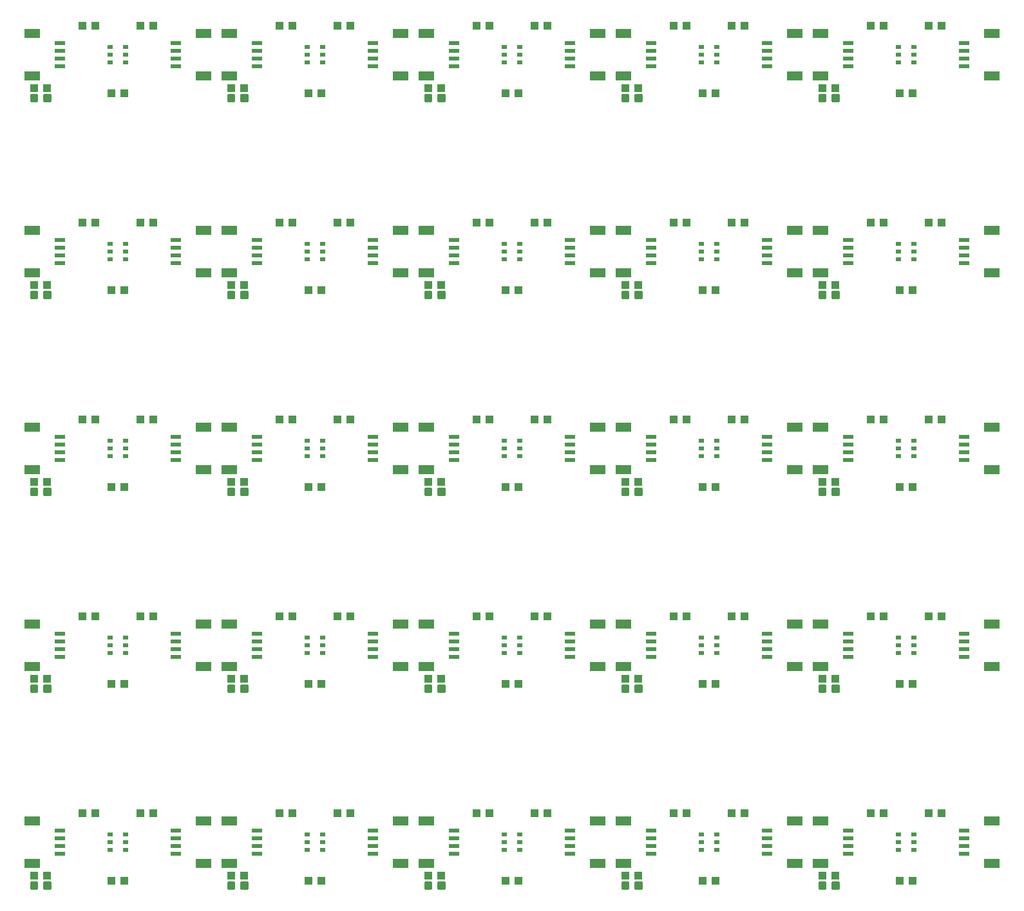
<source format=gtp>
G04 EAGLE Gerber RS-274X export*
G75*
%MOMM*%
%FSLAX34Y34*%
%LPD*%
%INSolderpaste Top*%
%IPPOS*%
%AMOC8*
5,1,8,0,0,1.08239X$1,22.5*%
G01*
%ADD10R,2.000000X1.200000*%
%ADD11R,1.350000X0.600000*%
%ADD12R,1.100000X1.000000*%
%ADD13C,0.300000*%
%ADD14R,0.800000X0.500000*%


D10*
X14050Y155000D03*
X14050Y99000D03*
D11*
X50800Y142000D03*
X50800Y132000D03*
X50800Y122000D03*
X50800Y112000D03*
D10*
X239950Y99000D03*
X239950Y155000D03*
D11*
X203200Y112000D03*
X203200Y122000D03*
X203200Y132000D03*
X203200Y142000D03*
D12*
X16900Y82550D03*
X33900Y82550D03*
D13*
X30670Y73350D02*
X30670Y66350D01*
X30670Y73350D02*
X37670Y73350D01*
X37670Y66350D01*
X30670Y66350D01*
X30670Y69200D02*
X37670Y69200D01*
X37670Y72050D02*
X30670Y72050D01*
X13130Y73350D02*
X13130Y66350D01*
X13130Y73350D02*
X20130Y73350D01*
X20130Y66350D01*
X13130Y66350D01*
X13130Y69200D02*
X20130Y69200D01*
X20130Y72050D02*
X13130Y72050D01*
D12*
X97400Y165100D03*
X80400Y165100D03*
X173600Y165100D03*
X156600Y165100D03*
X118500Y76200D03*
X135500Y76200D03*
D14*
X137000Y137000D03*
X137000Y127000D03*
X137000Y117000D03*
X117000Y117000D03*
X117000Y127000D03*
X117000Y137000D03*
D10*
X273130Y155000D03*
X273130Y99000D03*
D11*
X309880Y142000D03*
X309880Y132000D03*
X309880Y122000D03*
X309880Y112000D03*
D10*
X499030Y99000D03*
X499030Y155000D03*
D11*
X462280Y112000D03*
X462280Y122000D03*
X462280Y132000D03*
X462280Y142000D03*
D12*
X275980Y82550D03*
X292980Y82550D03*
D13*
X289750Y73350D02*
X289750Y66350D01*
X289750Y73350D02*
X296750Y73350D01*
X296750Y66350D01*
X289750Y66350D01*
X289750Y69200D02*
X296750Y69200D01*
X296750Y72050D02*
X289750Y72050D01*
X272210Y73350D02*
X272210Y66350D01*
X272210Y73350D02*
X279210Y73350D01*
X279210Y66350D01*
X272210Y66350D01*
X272210Y69200D02*
X279210Y69200D01*
X279210Y72050D02*
X272210Y72050D01*
D12*
X356480Y165100D03*
X339480Y165100D03*
X432680Y165100D03*
X415680Y165100D03*
X377580Y76200D03*
X394580Y76200D03*
D14*
X396080Y137000D03*
X396080Y127000D03*
X396080Y117000D03*
X376080Y117000D03*
X376080Y127000D03*
X376080Y137000D03*
D10*
X532210Y155000D03*
X532210Y99000D03*
D11*
X568960Y142000D03*
X568960Y132000D03*
X568960Y122000D03*
X568960Y112000D03*
D10*
X758110Y99000D03*
X758110Y155000D03*
D11*
X721360Y112000D03*
X721360Y122000D03*
X721360Y132000D03*
X721360Y142000D03*
D12*
X535060Y82550D03*
X552060Y82550D03*
D13*
X548830Y73350D02*
X548830Y66350D01*
X548830Y73350D02*
X555830Y73350D01*
X555830Y66350D01*
X548830Y66350D01*
X548830Y69200D02*
X555830Y69200D01*
X555830Y72050D02*
X548830Y72050D01*
X531290Y73350D02*
X531290Y66350D01*
X531290Y73350D02*
X538290Y73350D01*
X538290Y66350D01*
X531290Y66350D01*
X531290Y69200D02*
X538290Y69200D01*
X538290Y72050D02*
X531290Y72050D01*
D12*
X615560Y165100D03*
X598560Y165100D03*
X691760Y165100D03*
X674760Y165100D03*
X636660Y76200D03*
X653660Y76200D03*
D14*
X655160Y137000D03*
X655160Y127000D03*
X655160Y117000D03*
X635160Y117000D03*
X635160Y127000D03*
X635160Y137000D03*
D10*
X791290Y155000D03*
X791290Y99000D03*
D11*
X828040Y142000D03*
X828040Y132000D03*
X828040Y122000D03*
X828040Y112000D03*
D10*
X1017190Y99000D03*
X1017190Y155000D03*
D11*
X980440Y112000D03*
X980440Y122000D03*
X980440Y132000D03*
X980440Y142000D03*
D12*
X794140Y82550D03*
X811140Y82550D03*
D13*
X807910Y73350D02*
X807910Y66350D01*
X807910Y73350D02*
X814910Y73350D01*
X814910Y66350D01*
X807910Y66350D01*
X807910Y69200D02*
X814910Y69200D01*
X814910Y72050D02*
X807910Y72050D01*
X790370Y73350D02*
X790370Y66350D01*
X790370Y73350D02*
X797370Y73350D01*
X797370Y66350D01*
X790370Y66350D01*
X790370Y69200D02*
X797370Y69200D01*
X797370Y72050D02*
X790370Y72050D01*
D12*
X874640Y165100D03*
X857640Y165100D03*
X950840Y165100D03*
X933840Y165100D03*
X895740Y76200D03*
X912740Y76200D03*
D14*
X914240Y137000D03*
X914240Y127000D03*
X914240Y117000D03*
X894240Y117000D03*
X894240Y127000D03*
X894240Y137000D03*
D10*
X1050370Y155000D03*
X1050370Y99000D03*
D11*
X1087120Y142000D03*
X1087120Y132000D03*
X1087120Y122000D03*
X1087120Y112000D03*
D10*
X1276270Y99000D03*
X1276270Y155000D03*
D11*
X1239520Y112000D03*
X1239520Y122000D03*
X1239520Y132000D03*
X1239520Y142000D03*
D12*
X1053220Y82550D03*
X1070220Y82550D03*
D13*
X1066990Y73350D02*
X1066990Y66350D01*
X1066990Y73350D02*
X1073990Y73350D01*
X1073990Y66350D01*
X1066990Y66350D01*
X1066990Y69200D02*
X1073990Y69200D01*
X1073990Y72050D02*
X1066990Y72050D01*
X1049450Y73350D02*
X1049450Y66350D01*
X1049450Y73350D02*
X1056450Y73350D01*
X1056450Y66350D01*
X1049450Y66350D01*
X1049450Y69200D02*
X1056450Y69200D01*
X1056450Y72050D02*
X1049450Y72050D01*
D12*
X1133720Y165100D03*
X1116720Y165100D03*
X1209920Y165100D03*
X1192920Y165100D03*
X1154820Y76200D03*
X1171820Y76200D03*
D14*
X1173320Y137000D03*
X1173320Y127000D03*
X1173320Y117000D03*
X1153320Y117000D03*
X1153320Y127000D03*
X1153320Y137000D03*
D10*
X14050Y414080D03*
X14050Y358080D03*
D11*
X50800Y401080D03*
X50800Y391080D03*
X50800Y381080D03*
X50800Y371080D03*
D10*
X239950Y358080D03*
X239950Y414080D03*
D11*
X203200Y371080D03*
X203200Y381080D03*
X203200Y391080D03*
X203200Y401080D03*
D12*
X16900Y341630D03*
X33900Y341630D03*
D13*
X30670Y332430D02*
X30670Y325430D01*
X30670Y332430D02*
X37670Y332430D01*
X37670Y325430D01*
X30670Y325430D01*
X30670Y328280D02*
X37670Y328280D01*
X37670Y331130D02*
X30670Y331130D01*
X13130Y332430D02*
X13130Y325430D01*
X13130Y332430D02*
X20130Y332430D01*
X20130Y325430D01*
X13130Y325430D01*
X13130Y328280D02*
X20130Y328280D01*
X20130Y331130D02*
X13130Y331130D01*
D12*
X97400Y424180D03*
X80400Y424180D03*
X173600Y424180D03*
X156600Y424180D03*
X118500Y335280D03*
X135500Y335280D03*
D14*
X137000Y396080D03*
X137000Y386080D03*
X137000Y376080D03*
X117000Y376080D03*
X117000Y386080D03*
X117000Y396080D03*
D10*
X273130Y414080D03*
X273130Y358080D03*
D11*
X309880Y401080D03*
X309880Y391080D03*
X309880Y381080D03*
X309880Y371080D03*
D10*
X499030Y358080D03*
X499030Y414080D03*
D11*
X462280Y371080D03*
X462280Y381080D03*
X462280Y391080D03*
X462280Y401080D03*
D12*
X275980Y341630D03*
X292980Y341630D03*
D13*
X289750Y332430D02*
X289750Y325430D01*
X289750Y332430D02*
X296750Y332430D01*
X296750Y325430D01*
X289750Y325430D01*
X289750Y328280D02*
X296750Y328280D01*
X296750Y331130D02*
X289750Y331130D01*
X272210Y332430D02*
X272210Y325430D01*
X272210Y332430D02*
X279210Y332430D01*
X279210Y325430D01*
X272210Y325430D01*
X272210Y328280D02*
X279210Y328280D01*
X279210Y331130D02*
X272210Y331130D01*
D12*
X356480Y424180D03*
X339480Y424180D03*
X432680Y424180D03*
X415680Y424180D03*
X377580Y335280D03*
X394580Y335280D03*
D14*
X396080Y396080D03*
X396080Y386080D03*
X396080Y376080D03*
X376080Y376080D03*
X376080Y386080D03*
X376080Y396080D03*
D10*
X532210Y414080D03*
X532210Y358080D03*
D11*
X568960Y401080D03*
X568960Y391080D03*
X568960Y381080D03*
X568960Y371080D03*
D10*
X758110Y358080D03*
X758110Y414080D03*
D11*
X721360Y371080D03*
X721360Y381080D03*
X721360Y391080D03*
X721360Y401080D03*
D12*
X535060Y341630D03*
X552060Y341630D03*
D13*
X548830Y332430D02*
X548830Y325430D01*
X548830Y332430D02*
X555830Y332430D01*
X555830Y325430D01*
X548830Y325430D01*
X548830Y328280D02*
X555830Y328280D01*
X555830Y331130D02*
X548830Y331130D01*
X531290Y332430D02*
X531290Y325430D01*
X531290Y332430D02*
X538290Y332430D01*
X538290Y325430D01*
X531290Y325430D01*
X531290Y328280D02*
X538290Y328280D01*
X538290Y331130D02*
X531290Y331130D01*
D12*
X615560Y424180D03*
X598560Y424180D03*
X691760Y424180D03*
X674760Y424180D03*
X636660Y335280D03*
X653660Y335280D03*
D14*
X655160Y396080D03*
X655160Y386080D03*
X655160Y376080D03*
X635160Y376080D03*
X635160Y386080D03*
X635160Y396080D03*
D10*
X791290Y414080D03*
X791290Y358080D03*
D11*
X828040Y401080D03*
X828040Y391080D03*
X828040Y381080D03*
X828040Y371080D03*
D10*
X1017190Y358080D03*
X1017190Y414080D03*
D11*
X980440Y371080D03*
X980440Y381080D03*
X980440Y391080D03*
X980440Y401080D03*
D12*
X794140Y341630D03*
X811140Y341630D03*
D13*
X807910Y332430D02*
X807910Y325430D01*
X807910Y332430D02*
X814910Y332430D01*
X814910Y325430D01*
X807910Y325430D01*
X807910Y328280D02*
X814910Y328280D01*
X814910Y331130D02*
X807910Y331130D01*
X790370Y332430D02*
X790370Y325430D01*
X790370Y332430D02*
X797370Y332430D01*
X797370Y325430D01*
X790370Y325430D01*
X790370Y328280D02*
X797370Y328280D01*
X797370Y331130D02*
X790370Y331130D01*
D12*
X874640Y424180D03*
X857640Y424180D03*
X950840Y424180D03*
X933840Y424180D03*
X895740Y335280D03*
X912740Y335280D03*
D14*
X914240Y396080D03*
X914240Y386080D03*
X914240Y376080D03*
X894240Y376080D03*
X894240Y386080D03*
X894240Y396080D03*
D10*
X1050370Y414080D03*
X1050370Y358080D03*
D11*
X1087120Y401080D03*
X1087120Y391080D03*
X1087120Y381080D03*
X1087120Y371080D03*
D10*
X1276270Y358080D03*
X1276270Y414080D03*
D11*
X1239520Y371080D03*
X1239520Y381080D03*
X1239520Y391080D03*
X1239520Y401080D03*
D12*
X1053220Y341630D03*
X1070220Y341630D03*
D13*
X1066990Y332430D02*
X1066990Y325430D01*
X1066990Y332430D02*
X1073990Y332430D01*
X1073990Y325430D01*
X1066990Y325430D01*
X1066990Y328280D02*
X1073990Y328280D01*
X1073990Y331130D02*
X1066990Y331130D01*
X1049450Y332430D02*
X1049450Y325430D01*
X1049450Y332430D02*
X1056450Y332430D01*
X1056450Y325430D01*
X1049450Y325430D01*
X1049450Y328280D02*
X1056450Y328280D01*
X1056450Y331130D02*
X1049450Y331130D01*
D12*
X1133720Y424180D03*
X1116720Y424180D03*
X1209920Y424180D03*
X1192920Y424180D03*
X1154820Y335280D03*
X1171820Y335280D03*
D14*
X1173320Y396080D03*
X1173320Y386080D03*
X1173320Y376080D03*
X1153320Y376080D03*
X1153320Y386080D03*
X1153320Y396080D03*
D10*
X14050Y673160D03*
X14050Y617160D03*
D11*
X50800Y660160D03*
X50800Y650160D03*
X50800Y640160D03*
X50800Y630160D03*
D10*
X239950Y617160D03*
X239950Y673160D03*
D11*
X203200Y630160D03*
X203200Y640160D03*
X203200Y650160D03*
X203200Y660160D03*
D12*
X16900Y600710D03*
X33900Y600710D03*
D13*
X30670Y591510D02*
X30670Y584510D01*
X30670Y591510D02*
X37670Y591510D01*
X37670Y584510D01*
X30670Y584510D01*
X30670Y587360D02*
X37670Y587360D01*
X37670Y590210D02*
X30670Y590210D01*
X13130Y591510D02*
X13130Y584510D01*
X13130Y591510D02*
X20130Y591510D01*
X20130Y584510D01*
X13130Y584510D01*
X13130Y587360D02*
X20130Y587360D01*
X20130Y590210D02*
X13130Y590210D01*
D12*
X97400Y683260D03*
X80400Y683260D03*
X173600Y683260D03*
X156600Y683260D03*
X118500Y594360D03*
X135500Y594360D03*
D14*
X137000Y655160D03*
X137000Y645160D03*
X137000Y635160D03*
X117000Y635160D03*
X117000Y645160D03*
X117000Y655160D03*
D10*
X273130Y673160D03*
X273130Y617160D03*
D11*
X309880Y660160D03*
X309880Y650160D03*
X309880Y640160D03*
X309880Y630160D03*
D10*
X499030Y617160D03*
X499030Y673160D03*
D11*
X462280Y630160D03*
X462280Y640160D03*
X462280Y650160D03*
X462280Y660160D03*
D12*
X275980Y600710D03*
X292980Y600710D03*
D13*
X289750Y591510D02*
X289750Y584510D01*
X289750Y591510D02*
X296750Y591510D01*
X296750Y584510D01*
X289750Y584510D01*
X289750Y587360D02*
X296750Y587360D01*
X296750Y590210D02*
X289750Y590210D01*
X272210Y591510D02*
X272210Y584510D01*
X272210Y591510D02*
X279210Y591510D01*
X279210Y584510D01*
X272210Y584510D01*
X272210Y587360D02*
X279210Y587360D01*
X279210Y590210D02*
X272210Y590210D01*
D12*
X356480Y683260D03*
X339480Y683260D03*
X432680Y683260D03*
X415680Y683260D03*
X377580Y594360D03*
X394580Y594360D03*
D14*
X396080Y655160D03*
X396080Y645160D03*
X396080Y635160D03*
X376080Y635160D03*
X376080Y645160D03*
X376080Y655160D03*
D10*
X532210Y673160D03*
X532210Y617160D03*
D11*
X568960Y660160D03*
X568960Y650160D03*
X568960Y640160D03*
X568960Y630160D03*
D10*
X758110Y617160D03*
X758110Y673160D03*
D11*
X721360Y630160D03*
X721360Y640160D03*
X721360Y650160D03*
X721360Y660160D03*
D12*
X535060Y600710D03*
X552060Y600710D03*
D13*
X548830Y591510D02*
X548830Y584510D01*
X548830Y591510D02*
X555830Y591510D01*
X555830Y584510D01*
X548830Y584510D01*
X548830Y587360D02*
X555830Y587360D01*
X555830Y590210D02*
X548830Y590210D01*
X531290Y591510D02*
X531290Y584510D01*
X531290Y591510D02*
X538290Y591510D01*
X538290Y584510D01*
X531290Y584510D01*
X531290Y587360D02*
X538290Y587360D01*
X538290Y590210D02*
X531290Y590210D01*
D12*
X615560Y683260D03*
X598560Y683260D03*
X691760Y683260D03*
X674760Y683260D03*
X636660Y594360D03*
X653660Y594360D03*
D14*
X655160Y655160D03*
X655160Y645160D03*
X655160Y635160D03*
X635160Y635160D03*
X635160Y645160D03*
X635160Y655160D03*
D10*
X791290Y673160D03*
X791290Y617160D03*
D11*
X828040Y660160D03*
X828040Y650160D03*
X828040Y640160D03*
X828040Y630160D03*
D10*
X1017190Y617160D03*
X1017190Y673160D03*
D11*
X980440Y630160D03*
X980440Y640160D03*
X980440Y650160D03*
X980440Y660160D03*
D12*
X794140Y600710D03*
X811140Y600710D03*
D13*
X807910Y591510D02*
X807910Y584510D01*
X807910Y591510D02*
X814910Y591510D01*
X814910Y584510D01*
X807910Y584510D01*
X807910Y587360D02*
X814910Y587360D01*
X814910Y590210D02*
X807910Y590210D01*
X790370Y591510D02*
X790370Y584510D01*
X790370Y591510D02*
X797370Y591510D01*
X797370Y584510D01*
X790370Y584510D01*
X790370Y587360D02*
X797370Y587360D01*
X797370Y590210D02*
X790370Y590210D01*
D12*
X874640Y683260D03*
X857640Y683260D03*
X950840Y683260D03*
X933840Y683260D03*
X895740Y594360D03*
X912740Y594360D03*
D14*
X914240Y655160D03*
X914240Y645160D03*
X914240Y635160D03*
X894240Y635160D03*
X894240Y645160D03*
X894240Y655160D03*
D10*
X1050370Y673160D03*
X1050370Y617160D03*
D11*
X1087120Y660160D03*
X1087120Y650160D03*
X1087120Y640160D03*
X1087120Y630160D03*
D10*
X1276270Y617160D03*
X1276270Y673160D03*
D11*
X1239520Y630160D03*
X1239520Y640160D03*
X1239520Y650160D03*
X1239520Y660160D03*
D12*
X1053220Y600710D03*
X1070220Y600710D03*
D13*
X1066990Y591510D02*
X1066990Y584510D01*
X1066990Y591510D02*
X1073990Y591510D01*
X1073990Y584510D01*
X1066990Y584510D01*
X1066990Y587360D02*
X1073990Y587360D01*
X1073990Y590210D02*
X1066990Y590210D01*
X1049450Y591510D02*
X1049450Y584510D01*
X1049450Y591510D02*
X1056450Y591510D01*
X1056450Y584510D01*
X1049450Y584510D01*
X1049450Y587360D02*
X1056450Y587360D01*
X1056450Y590210D02*
X1049450Y590210D01*
D12*
X1133720Y683260D03*
X1116720Y683260D03*
X1209920Y683260D03*
X1192920Y683260D03*
X1154820Y594360D03*
X1171820Y594360D03*
D14*
X1173320Y655160D03*
X1173320Y645160D03*
X1173320Y635160D03*
X1153320Y635160D03*
X1153320Y645160D03*
X1153320Y655160D03*
D10*
X14050Y932240D03*
X14050Y876240D03*
D11*
X50800Y919240D03*
X50800Y909240D03*
X50800Y899240D03*
X50800Y889240D03*
D10*
X239950Y876240D03*
X239950Y932240D03*
D11*
X203200Y889240D03*
X203200Y899240D03*
X203200Y909240D03*
X203200Y919240D03*
D12*
X16900Y859790D03*
X33900Y859790D03*
D13*
X30670Y850590D02*
X30670Y843590D01*
X30670Y850590D02*
X37670Y850590D01*
X37670Y843590D01*
X30670Y843590D01*
X30670Y846440D02*
X37670Y846440D01*
X37670Y849290D02*
X30670Y849290D01*
X13130Y850590D02*
X13130Y843590D01*
X13130Y850590D02*
X20130Y850590D01*
X20130Y843590D01*
X13130Y843590D01*
X13130Y846440D02*
X20130Y846440D01*
X20130Y849290D02*
X13130Y849290D01*
D12*
X97400Y942340D03*
X80400Y942340D03*
X173600Y942340D03*
X156600Y942340D03*
X118500Y853440D03*
X135500Y853440D03*
D14*
X137000Y914240D03*
X137000Y904240D03*
X137000Y894240D03*
X117000Y894240D03*
X117000Y904240D03*
X117000Y914240D03*
D10*
X273130Y932240D03*
X273130Y876240D03*
D11*
X309880Y919240D03*
X309880Y909240D03*
X309880Y899240D03*
X309880Y889240D03*
D10*
X499030Y876240D03*
X499030Y932240D03*
D11*
X462280Y889240D03*
X462280Y899240D03*
X462280Y909240D03*
X462280Y919240D03*
D12*
X275980Y859790D03*
X292980Y859790D03*
D13*
X289750Y850590D02*
X289750Y843590D01*
X289750Y850590D02*
X296750Y850590D01*
X296750Y843590D01*
X289750Y843590D01*
X289750Y846440D02*
X296750Y846440D01*
X296750Y849290D02*
X289750Y849290D01*
X272210Y850590D02*
X272210Y843590D01*
X272210Y850590D02*
X279210Y850590D01*
X279210Y843590D01*
X272210Y843590D01*
X272210Y846440D02*
X279210Y846440D01*
X279210Y849290D02*
X272210Y849290D01*
D12*
X356480Y942340D03*
X339480Y942340D03*
X432680Y942340D03*
X415680Y942340D03*
X377580Y853440D03*
X394580Y853440D03*
D14*
X396080Y914240D03*
X396080Y904240D03*
X396080Y894240D03*
X376080Y894240D03*
X376080Y904240D03*
X376080Y914240D03*
D10*
X532210Y932240D03*
X532210Y876240D03*
D11*
X568960Y919240D03*
X568960Y909240D03*
X568960Y899240D03*
X568960Y889240D03*
D10*
X758110Y876240D03*
X758110Y932240D03*
D11*
X721360Y889240D03*
X721360Y899240D03*
X721360Y909240D03*
X721360Y919240D03*
D12*
X535060Y859790D03*
X552060Y859790D03*
D13*
X548830Y850590D02*
X548830Y843590D01*
X548830Y850590D02*
X555830Y850590D01*
X555830Y843590D01*
X548830Y843590D01*
X548830Y846440D02*
X555830Y846440D01*
X555830Y849290D02*
X548830Y849290D01*
X531290Y850590D02*
X531290Y843590D01*
X531290Y850590D02*
X538290Y850590D01*
X538290Y843590D01*
X531290Y843590D01*
X531290Y846440D02*
X538290Y846440D01*
X538290Y849290D02*
X531290Y849290D01*
D12*
X615560Y942340D03*
X598560Y942340D03*
X691760Y942340D03*
X674760Y942340D03*
X636660Y853440D03*
X653660Y853440D03*
D14*
X655160Y914240D03*
X655160Y904240D03*
X655160Y894240D03*
X635160Y894240D03*
X635160Y904240D03*
X635160Y914240D03*
D10*
X791290Y932240D03*
X791290Y876240D03*
D11*
X828040Y919240D03*
X828040Y909240D03*
X828040Y899240D03*
X828040Y889240D03*
D10*
X1017190Y876240D03*
X1017190Y932240D03*
D11*
X980440Y889240D03*
X980440Y899240D03*
X980440Y909240D03*
X980440Y919240D03*
D12*
X794140Y859790D03*
X811140Y859790D03*
D13*
X807910Y850590D02*
X807910Y843590D01*
X807910Y850590D02*
X814910Y850590D01*
X814910Y843590D01*
X807910Y843590D01*
X807910Y846440D02*
X814910Y846440D01*
X814910Y849290D02*
X807910Y849290D01*
X790370Y850590D02*
X790370Y843590D01*
X790370Y850590D02*
X797370Y850590D01*
X797370Y843590D01*
X790370Y843590D01*
X790370Y846440D02*
X797370Y846440D01*
X797370Y849290D02*
X790370Y849290D01*
D12*
X874640Y942340D03*
X857640Y942340D03*
X950840Y942340D03*
X933840Y942340D03*
X895740Y853440D03*
X912740Y853440D03*
D14*
X914240Y914240D03*
X914240Y904240D03*
X914240Y894240D03*
X894240Y894240D03*
X894240Y904240D03*
X894240Y914240D03*
D10*
X1050370Y932240D03*
X1050370Y876240D03*
D11*
X1087120Y919240D03*
X1087120Y909240D03*
X1087120Y899240D03*
X1087120Y889240D03*
D10*
X1276270Y876240D03*
X1276270Y932240D03*
D11*
X1239520Y889240D03*
X1239520Y899240D03*
X1239520Y909240D03*
X1239520Y919240D03*
D12*
X1053220Y859790D03*
X1070220Y859790D03*
D13*
X1066990Y850590D02*
X1066990Y843590D01*
X1066990Y850590D02*
X1073990Y850590D01*
X1073990Y843590D01*
X1066990Y843590D01*
X1066990Y846440D02*
X1073990Y846440D01*
X1073990Y849290D02*
X1066990Y849290D01*
X1049450Y850590D02*
X1049450Y843590D01*
X1049450Y850590D02*
X1056450Y850590D01*
X1056450Y843590D01*
X1049450Y843590D01*
X1049450Y846440D02*
X1056450Y846440D01*
X1056450Y849290D02*
X1049450Y849290D01*
D12*
X1133720Y942340D03*
X1116720Y942340D03*
X1209920Y942340D03*
X1192920Y942340D03*
X1154820Y853440D03*
X1171820Y853440D03*
D14*
X1173320Y914240D03*
X1173320Y904240D03*
X1173320Y894240D03*
X1153320Y894240D03*
X1153320Y904240D03*
X1153320Y914240D03*
D10*
X14050Y1191320D03*
X14050Y1135320D03*
D11*
X50800Y1178320D03*
X50800Y1168320D03*
X50800Y1158320D03*
X50800Y1148320D03*
D10*
X239950Y1135320D03*
X239950Y1191320D03*
D11*
X203200Y1148320D03*
X203200Y1158320D03*
X203200Y1168320D03*
X203200Y1178320D03*
D12*
X16900Y1118870D03*
X33900Y1118870D03*
D13*
X30670Y1109670D02*
X30670Y1102670D01*
X30670Y1109670D02*
X37670Y1109670D01*
X37670Y1102670D01*
X30670Y1102670D01*
X30670Y1105520D02*
X37670Y1105520D01*
X37670Y1108370D02*
X30670Y1108370D01*
X13130Y1109670D02*
X13130Y1102670D01*
X13130Y1109670D02*
X20130Y1109670D01*
X20130Y1102670D01*
X13130Y1102670D01*
X13130Y1105520D02*
X20130Y1105520D01*
X20130Y1108370D02*
X13130Y1108370D01*
D12*
X97400Y1201420D03*
X80400Y1201420D03*
X173600Y1201420D03*
X156600Y1201420D03*
X118500Y1112520D03*
X135500Y1112520D03*
D14*
X137000Y1173320D03*
X137000Y1163320D03*
X137000Y1153320D03*
X117000Y1153320D03*
X117000Y1163320D03*
X117000Y1173320D03*
D10*
X273130Y1191320D03*
X273130Y1135320D03*
D11*
X309880Y1178320D03*
X309880Y1168320D03*
X309880Y1158320D03*
X309880Y1148320D03*
D10*
X499030Y1135320D03*
X499030Y1191320D03*
D11*
X462280Y1148320D03*
X462280Y1158320D03*
X462280Y1168320D03*
X462280Y1178320D03*
D12*
X275980Y1118870D03*
X292980Y1118870D03*
D13*
X289750Y1109670D02*
X289750Y1102670D01*
X289750Y1109670D02*
X296750Y1109670D01*
X296750Y1102670D01*
X289750Y1102670D01*
X289750Y1105520D02*
X296750Y1105520D01*
X296750Y1108370D02*
X289750Y1108370D01*
X272210Y1109670D02*
X272210Y1102670D01*
X272210Y1109670D02*
X279210Y1109670D01*
X279210Y1102670D01*
X272210Y1102670D01*
X272210Y1105520D02*
X279210Y1105520D01*
X279210Y1108370D02*
X272210Y1108370D01*
D12*
X356480Y1201420D03*
X339480Y1201420D03*
X432680Y1201420D03*
X415680Y1201420D03*
X377580Y1112520D03*
X394580Y1112520D03*
D14*
X396080Y1173320D03*
X396080Y1163320D03*
X396080Y1153320D03*
X376080Y1153320D03*
X376080Y1163320D03*
X376080Y1173320D03*
D10*
X532210Y1191320D03*
X532210Y1135320D03*
D11*
X568960Y1178320D03*
X568960Y1168320D03*
X568960Y1158320D03*
X568960Y1148320D03*
D10*
X758110Y1135320D03*
X758110Y1191320D03*
D11*
X721360Y1148320D03*
X721360Y1158320D03*
X721360Y1168320D03*
X721360Y1178320D03*
D12*
X535060Y1118870D03*
X552060Y1118870D03*
D13*
X548830Y1109670D02*
X548830Y1102670D01*
X548830Y1109670D02*
X555830Y1109670D01*
X555830Y1102670D01*
X548830Y1102670D01*
X548830Y1105520D02*
X555830Y1105520D01*
X555830Y1108370D02*
X548830Y1108370D01*
X531290Y1109670D02*
X531290Y1102670D01*
X531290Y1109670D02*
X538290Y1109670D01*
X538290Y1102670D01*
X531290Y1102670D01*
X531290Y1105520D02*
X538290Y1105520D01*
X538290Y1108370D02*
X531290Y1108370D01*
D12*
X615560Y1201420D03*
X598560Y1201420D03*
X691760Y1201420D03*
X674760Y1201420D03*
X636660Y1112520D03*
X653660Y1112520D03*
D14*
X655160Y1173320D03*
X655160Y1163320D03*
X655160Y1153320D03*
X635160Y1153320D03*
X635160Y1163320D03*
X635160Y1173320D03*
D10*
X791290Y1191320D03*
X791290Y1135320D03*
D11*
X828040Y1178320D03*
X828040Y1168320D03*
X828040Y1158320D03*
X828040Y1148320D03*
D10*
X1017190Y1135320D03*
X1017190Y1191320D03*
D11*
X980440Y1148320D03*
X980440Y1158320D03*
X980440Y1168320D03*
X980440Y1178320D03*
D12*
X794140Y1118870D03*
X811140Y1118870D03*
D13*
X807910Y1109670D02*
X807910Y1102670D01*
X807910Y1109670D02*
X814910Y1109670D01*
X814910Y1102670D01*
X807910Y1102670D01*
X807910Y1105520D02*
X814910Y1105520D01*
X814910Y1108370D02*
X807910Y1108370D01*
X790370Y1109670D02*
X790370Y1102670D01*
X790370Y1109670D02*
X797370Y1109670D01*
X797370Y1102670D01*
X790370Y1102670D01*
X790370Y1105520D02*
X797370Y1105520D01*
X797370Y1108370D02*
X790370Y1108370D01*
D12*
X874640Y1201420D03*
X857640Y1201420D03*
X950840Y1201420D03*
X933840Y1201420D03*
X895740Y1112520D03*
X912740Y1112520D03*
D14*
X914240Y1173320D03*
X914240Y1163320D03*
X914240Y1153320D03*
X894240Y1153320D03*
X894240Y1163320D03*
X894240Y1173320D03*
D10*
X1050370Y1191320D03*
X1050370Y1135320D03*
D11*
X1087120Y1178320D03*
X1087120Y1168320D03*
X1087120Y1158320D03*
X1087120Y1148320D03*
D10*
X1276270Y1135320D03*
X1276270Y1191320D03*
D11*
X1239520Y1148320D03*
X1239520Y1158320D03*
X1239520Y1168320D03*
X1239520Y1178320D03*
D12*
X1053220Y1118870D03*
X1070220Y1118870D03*
D13*
X1066990Y1109670D02*
X1066990Y1102670D01*
X1066990Y1109670D02*
X1073990Y1109670D01*
X1073990Y1102670D01*
X1066990Y1102670D01*
X1066990Y1105520D02*
X1073990Y1105520D01*
X1073990Y1108370D02*
X1066990Y1108370D01*
X1049450Y1109670D02*
X1049450Y1102670D01*
X1049450Y1109670D02*
X1056450Y1109670D01*
X1056450Y1102670D01*
X1049450Y1102670D01*
X1049450Y1105520D02*
X1056450Y1105520D01*
X1056450Y1108370D02*
X1049450Y1108370D01*
D12*
X1133720Y1201420D03*
X1116720Y1201420D03*
X1209920Y1201420D03*
X1192920Y1201420D03*
X1154820Y1112520D03*
X1171820Y1112520D03*
D14*
X1173320Y1173320D03*
X1173320Y1163320D03*
X1173320Y1153320D03*
X1153320Y1153320D03*
X1153320Y1163320D03*
X1153320Y1173320D03*
M02*

</source>
